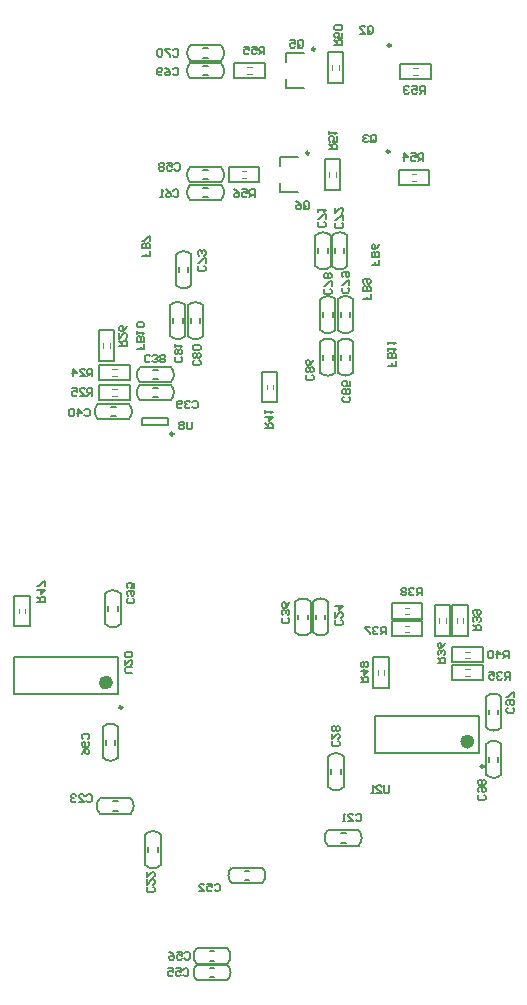
<source format=gbo>
G04 Layer_Color=32896*
%FSLAX44Y44*%
%MOMM*%
G71*
G01*
G75*
%ADD80C,0.2500*%
%ADD83C,0.6000*%
%ADD86C,0.2000*%
%ADD100C,0.1500*%
%ADD101C,0.1000*%
D80*
X359250Y909000D02*
G03*
X359250Y909000I-1250J0D01*
G01*
X358250Y819000D02*
G03*
X358250Y819000I-1250J0D01*
G01*
X295250Y905750D02*
G03*
X295250Y905750I-1250J0D01*
G01*
X290250Y817750D02*
G03*
X290250Y817750I-1250J0D01*
G01*
X175250Y579900D02*
G03*
X175250Y579900I-1250J0D01*
G01*
X131950Y348500D02*
G03*
X131950Y348500I-1250J0D01*
G01*
X437950Y298500D02*
G03*
X437950Y298500I-1250J0D01*
G01*
D83*
X121100Y369500D02*
G03*
X121100Y369500I-3000J0D01*
G01*
X427100Y319500D02*
G03*
X427100Y319500I-3000J0D01*
G01*
D86*
X158000Y634150D02*
X162000D01*
X158000Y626150D02*
X162000D01*
X158000Y619150D02*
X162000D01*
X158000Y611150D02*
X162000D01*
X200500Y795500D02*
X204500D01*
X200500Y803500D02*
X204500D01*
X200500Y780500D02*
X204500D01*
X200500Y788500D02*
X204500D01*
X200500Y891500D02*
X204500D01*
X200500Y883500D02*
X204500D01*
X200500Y906500D02*
X204500D01*
X200500Y898500D02*
X204500D01*
X306000Y733000D02*
Y737000D01*
X298000Y733000D02*
Y737000D01*
X320000Y733000D02*
Y737000D01*
X312000Y733000D02*
Y737000D01*
X180000Y717000D02*
Y721000D01*
X188000Y717000D02*
Y721000D01*
X310000Y679000D02*
Y683000D01*
X302000Y679000D02*
Y683000D01*
X325000Y679000D02*
Y683000D01*
X317000Y679000D02*
Y683000D01*
X190025Y673875D02*
Y677875D01*
X198025Y673875D02*
Y677875D01*
X175000Y674000D02*
Y678000D01*
X183000Y674000D02*
Y678000D01*
X317000Y643000D02*
Y647000D01*
X325000Y643000D02*
Y647000D01*
X302000Y643000D02*
Y647000D01*
X310000Y643000D02*
Y647000D01*
X128000Y430000D02*
Y434000D01*
X120000Y430000D02*
Y434000D01*
X118000Y317000D02*
Y321000D01*
X126000Y317000D02*
Y321000D01*
X442500Y342500D02*
Y346500D01*
X450500Y342500D02*
Y346500D01*
Y302500D02*
Y306500D01*
X442500Y302500D02*
Y306500D01*
X270500Y872500D02*
Y880250D01*
Y872500D02*
X285500D01*
X270500Y894750D02*
Y902500D01*
X285500D01*
X265500Y784500D02*
Y792250D01*
Y784500D02*
X280500D01*
X265500Y806750D02*
Y814500D01*
X280500D01*
X149000Y593150D02*
X171000D01*
X149000Y587150D02*
X171000D01*
X149000D02*
Y593150D01*
X171000Y587150D02*
Y593150D01*
X40100Y359500D02*
Y391500D01*
X128100Y359500D02*
Y391500D01*
X40100D02*
X128100D01*
X40100Y359500D02*
X128100D01*
X346100Y309500D02*
Y341500D01*
X434100Y309500D02*
Y341500D01*
X346100D02*
X434100D01*
X346100Y309500D02*
X434100D01*
X122500Y603000D02*
X126500D01*
X122500Y595000D02*
X126500D01*
X289000Y423000D02*
Y427000D01*
X281000Y423000D02*
Y427000D01*
X317000Y242000D02*
X321000D01*
X317000Y234000D02*
X321000D01*
X296000Y423000D02*
Y427000D01*
X304000Y423000D02*
Y427000D01*
X206000Y134000D02*
X210000D01*
X206000Y142000D02*
X210000D01*
X206000Y120000D02*
X210000D01*
X206000Y128000D02*
X210000D01*
X317000Y292000D02*
Y296000D01*
X309000Y292000D02*
Y296000D01*
X235500Y202250D02*
X239500D01*
X235500Y210250D02*
X239500D01*
X154000Y226000D02*
Y230000D01*
X162000Y226000D02*
Y230000D01*
X124000Y261000D02*
X128000D01*
X124000Y269000D02*
X128000D01*
D100*
X147000Y636650D02*
G03*
X147000Y623650I6500J-6500D01*
G01*
X173000D02*
G03*
X173000Y636650I-6500J6500D01*
G01*
X147000Y621650D02*
G03*
X147000Y608650I6500J-6500D01*
G01*
X173000D02*
G03*
X173000Y621650I-6500J6500D01*
G01*
X215500Y793000D02*
G03*
X215500Y806000I-6500J6500D01*
G01*
X189500D02*
G03*
X189500Y793000I6500J-6500D01*
G01*
X215500Y778000D02*
G03*
X215500Y791000I-6500J6500D01*
G01*
X189500D02*
G03*
X189500Y778000I6500J-6500D01*
G01*
Y894000D02*
G03*
X189500Y881000I6500J-6500D01*
G01*
X215500D02*
G03*
X215500Y894000I-6500J6500D01*
G01*
X189500Y909000D02*
G03*
X189500Y896000I6500J-6500D01*
G01*
X215500D02*
G03*
X215500Y909000I-6500J6500D01*
G01*
X308500Y748000D02*
G03*
X295500Y748000I-6500J-6500D01*
G01*
Y722000D02*
G03*
X308500Y722000I6500J6500D01*
G01*
X322500Y748000D02*
G03*
X309500Y748000I-6500J-6500D01*
G01*
Y722000D02*
G03*
X322500Y722000I6500J6500D01*
G01*
X177500Y706000D02*
G03*
X190500Y706000I6500J6500D01*
G01*
Y732000D02*
G03*
X177500Y732000I-6500J-6500D01*
G01*
X312500Y694000D02*
G03*
X299500Y694000I-6500J-6500D01*
G01*
Y668000D02*
G03*
X312500Y668000I6500J6500D01*
G01*
X327500Y694000D02*
G03*
X314500Y694000I-6500J-6500D01*
G01*
Y668000D02*
G03*
X327500Y668000I6500J6500D01*
G01*
X187525Y662875D02*
G03*
X200525Y662875I6500J6500D01*
G01*
Y688875D02*
G03*
X187525Y688875I-6500J-6500D01*
G01*
X172500Y663000D02*
G03*
X185500Y663000I6500J6500D01*
G01*
Y689000D02*
G03*
X172500Y689000I-6500J-6500D01*
G01*
X314500Y632000D02*
G03*
X327500Y632000I6500J6500D01*
G01*
Y658000D02*
G03*
X314500Y658000I-6500J-6500D01*
G01*
X299500Y632000D02*
G03*
X312500Y632000I6500J6500D01*
G01*
Y658000D02*
G03*
X299500Y658000I-6500J-6500D01*
G01*
X130500Y445000D02*
G03*
X117500Y445000I-6500J-6500D01*
G01*
Y419000D02*
G03*
X130500Y419000I6500J6500D01*
G01*
X115500Y306000D02*
G03*
X128500Y306000I6500J6500D01*
G01*
Y332000D02*
G03*
X115500Y332000I-6500J-6500D01*
G01*
X440000Y331500D02*
G03*
X453000Y331500I6500J6500D01*
G01*
Y357500D02*
G03*
X440000Y357500I-6500J-6500D01*
G01*
X453000Y317500D02*
G03*
X440000Y317500I-6500J-6500D01*
G01*
Y291500D02*
G03*
X453000Y291500I6500J6500D01*
G01*
X111500Y605500D02*
G03*
X111500Y592500I6500J-6500D01*
G01*
X137500D02*
G03*
X137500Y605500I-6500J6500D01*
G01*
X291500Y438000D02*
G03*
X278500Y438000I-6500J-6500D01*
G01*
Y412000D02*
G03*
X291500Y412000I6500J6500D01*
G01*
X306000Y244500D02*
G03*
X306000Y231500I6500J-6500D01*
G01*
X332000D02*
G03*
X332000Y244500I-6500J6500D01*
G01*
X293500Y412000D02*
G03*
X306500Y412000I6500J6500D01*
G01*
Y438000D02*
G03*
X293500Y438000I-6500J-6500D01*
G01*
X221000Y131500D02*
G03*
X221000Y144500I-6500J6500D01*
G01*
X195000D02*
G03*
X195000Y131500I6500J-6500D01*
G01*
X221000Y117500D02*
G03*
X221000Y130500I-6500J6500D01*
G01*
X195000D02*
G03*
X195000Y117500I6500J-6500D01*
G01*
X319500Y307000D02*
G03*
X306500Y307000I-6500J-6500D01*
G01*
Y281000D02*
G03*
X319500Y281000I6500J6500D01*
G01*
X250500Y199750D02*
G03*
X250500Y212750I-6500J6500D01*
G01*
X224500D02*
G03*
X224500Y199750I6500J-6500D01*
G01*
X151500Y215000D02*
G03*
X164500Y215000I6500J6500D01*
G01*
Y241000D02*
G03*
X151500Y241000I-6500J-6500D01*
G01*
X139000Y258500D02*
G03*
X139000Y271500I-6500J6500D01*
G01*
X113000D02*
G03*
X113000Y258500I6500J-6500D01*
G01*
X222000Y793000D02*
Y796500D01*
Y806000D01*
X248000D01*
Y793000D02*
Y806000D01*
X222000Y793000D02*
X248000D01*
X227000Y881000D02*
Y884500D01*
Y894000D01*
X253000D01*
Y881000D02*
Y894000D01*
X227000Y881000D02*
X253000D01*
X147000Y623650D02*
X173000D01*
X147000Y636650D02*
X173000D01*
X147000Y608650D02*
X173000D01*
X147000Y621650D02*
X173000D01*
X189500Y806000D02*
X215500D01*
X189500Y793000D02*
X215500D01*
X189500Y791000D02*
X215500D01*
X189500Y778000D02*
X215500D01*
X189500Y881000D02*
X215500D01*
X189500Y894000D02*
X215500D01*
X189500Y896000D02*
X215500D01*
X189500Y909000D02*
X215500D01*
X295500Y722000D02*
Y748000D01*
X308500Y722000D02*
Y748000D01*
X309500Y722000D02*
Y748000D01*
X322500Y722000D02*
Y748000D01*
X190500Y706000D02*
Y732000D01*
X177500Y706000D02*
Y732000D01*
X299500Y668000D02*
Y694000D01*
X312500Y668000D02*
Y694000D01*
X314500Y668000D02*
Y694000D01*
X327500Y668000D02*
Y694000D01*
X200525Y662875D02*
Y688875D01*
X187525Y662875D02*
Y688875D01*
X185500Y663000D02*
Y689000D01*
X172500Y663000D02*
Y689000D01*
X327500Y632000D02*
Y658000D01*
X314500Y632000D02*
Y658000D01*
X312500Y632000D02*
Y658000D01*
X299500Y632000D02*
Y658000D01*
X117500Y419000D02*
Y445000D01*
X130500Y419000D02*
Y445000D01*
X128500Y306000D02*
Y332000D01*
X115500Y306000D02*
Y332000D01*
X453000Y331500D02*
Y357500D01*
X440000Y331500D02*
Y357500D01*
Y291500D02*
Y317500D01*
X453000Y291500D02*
Y317500D01*
X112500Y621650D02*
X138500D01*
X112500Y608650D02*
Y621650D01*
Y608650D02*
X138500D01*
Y618150D01*
Y621650D01*
X112500Y625500D02*
X138500D01*
Y638500D01*
X112500D02*
X138500D01*
X112500Y629000D02*
Y638500D01*
Y625500D02*
Y629000D01*
X411000Y371500D02*
X437000D01*
Y384500D01*
X411000D02*
X437000D01*
X411000Y375000D02*
Y384500D01*
Y371500D02*
Y375000D01*
X409500Y409000D02*
Y435000D01*
X396500D02*
X409500D01*
X396500Y409000D02*
Y435000D01*
Y409000D02*
X406000D01*
X409500D01*
X360000Y421500D02*
X386000D01*
X360000Y408500D02*
Y421500D01*
Y408500D02*
X386000D01*
Y418000D01*
Y421500D01*
X360000Y423500D02*
X386000D01*
Y436500D01*
X360000D02*
X386000D01*
X360000Y427000D02*
Y436500D01*
Y423500D02*
Y427000D01*
X411500Y409000D02*
Y435000D01*
Y409000D02*
X424500D01*
Y435000D01*
X415000D02*
X424500D01*
X411500D02*
X415000D01*
X411000Y399500D02*
X437000D01*
X411000Y386500D02*
Y399500D01*
Y386500D02*
X437000D01*
Y396000D01*
Y399500D01*
X263350Y606700D02*
Y632700D01*
X250350D02*
X263350D01*
X250350Y606700D02*
Y632700D01*
Y606700D02*
X259850D01*
X263350D01*
X53500Y417000D02*
Y443000D01*
X40500D02*
X53500D01*
X40500Y417000D02*
Y443000D01*
Y417000D02*
X50000D01*
X53500D01*
X357500Y365000D02*
Y391000D01*
X344500D02*
X357500D01*
X344500Y365000D02*
Y391000D01*
Y365000D02*
X354000D01*
X357500D01*
X306000Y877000D02*
Y903000D01*
Y877000D02*
X319000D01*
Y903000D01*
X309500D02*
X319000D01*
X306000D02*
X309500D01*
X303500Y786500D02*
Y812500D01*
Y786500D02*
X316500D01*
Y812500D01*
X307000D02*
X316500D01*
X303500D02*
X307000D01*
X367000Y880500D02*
X393000D01*
Y893500D01*
X367000D02*
X393000D01*
X367000Y884000D02*
Y893500D01*
Y880500D02*
Y884000D01*
X366000Y790500D02*
X392000D01*
Y803500D01*
X366000D02*
X392000D01*
X366000Y794000D02*
Y803500D01*
Y790500D02*
Y794000D01*
X111500Y592500D02*
X137500D01*
X111500Y605500D02*
X137500D01*
X278500Y412000D02*
Y438000D01*
X291500Y412000D02*
Y438000D01*
X306000Y231500D02*
X332000D01*
X306000Y244500D02*
X332000D01*
X306500Y412000D02*
Y438000D01*
X293500Y412000D02*
Y438000D01*
X195000Y144500D02*
X221000D01*
X195000Y131500D02*
X221000D01*
X195000Y130500D02*
X221000D01*
X195000Y117500D02*
X221000D01*
X306500Y281000D02*
Y307000D01*
X319500Y281000D02*
Y307000D01*
X224500Y212750D02*
X250500D01*
X224500Y199750D02*
X250500D01*
X164500Y215000D02*
Y241000D01*
X151500Y215000D02*
Y241000D01*
X112000Y668000D02*
X115500D01*
X125000D01*
Y642000D02*
Y668000D01*
X112000Y642000D02*
X125000D01*
X112000D02*
Y668000D01*
X113000Y271500D02*
X139000D01*
X113000Y258500D02*
X139000D01*
X129500Y654250D02*
X135998D01*
Y657499D01*
X134915Y658582D01*
X132749D01*
X131666Y657499D01*
Y654250D01*
Y656416D02*
X129500Y658582D01*
Y665080D02*
Y660748D01*
X133832Y665080D01*
X134915D01*
X135998Y663997D01*
Y661831D01*
X134915Y660748D01*
X135998Y671578D02*
X134915Y669412D01*
X132749Y667246D01*
X130583D01*
X129500Y668329D01*
Y670495D01*
X130583Y671578D01*
X131666D01*
X132749Y670495D01*
Y667246D01*
X244000Y780500D02*
Y786998D01*
X240751D01*
X239668Y785915D01*
Y783749D01*
X240751Y782666D01*
X244000D01*
X241834D02*
X239668Y780500D01*
X233170Y786998D02*
X237502D01*
Y783749D01*
X235336Y784832D01*
X234253D01*
X233170Y783749D01*
Y781583D01*
X234253Y780500D01*
X236419D01*
X237502Y781583D01*
X226672Y786998D02*
X228838Y785915D01*
X231004Y783749D01*
Y781583D01*
X229921Y780500D01*
X227755D01*
X226672Y781583D01*
Y782666D01*
X227755Y783749D01*
X231004D01*
X252348Y901420D02*
Y907918D01*
X249099D01*
X248016Y906835D01*
Y904669D01*
X249099Y903586D01*
X252348D01*
X250182D02*
X248016Y901420D01*
X241518Y907918D02*
X245850D01*
Y904669D01*
X243684Y905752D01*
X242601D01*
X241518Y904669D01*
Y902503D01*
X242601Y901420D01*
X244767D01*
X245850Y902503D01*
X235020Y907918D02*
X239352D01*
Y904669D01*
X237186Y905752D01*
X236103D01*
X235020Y904669D01*
Y902503D01*
X236103Y901420D01*
X238269D01*
X239352Y902503D01*
X329630Y257309D02*
X330713Y258392D01*
X332879D01*
X333962Y257309D01*
Y252977D01*
X332879Y251894D01*
X330713D01*
X329630Y252977D01*
X323132Y251894D02*
X327464D01*
X323132Y256226D01*
Y257309D01*
X324215Y258392D01*
X326381D01*
X327464Y257309D01*
X320966Y251894D02*
X318800D01*
X319883D01*
Y258392D01*
X320966Y257309D01*
X158415Y196332D02*
X159498Y195249D01*
Y193083D01*
X158415Y192000D01*
X154083D01*
X153000Y193083D01*
Y195249D01*
X154083Y196332D01*
X153000Y202830D02*
Y198498D01*
X157332Y202830D01*
X158415D01*
X159498Y201747D01*
Y199581D01*
X158415Y198498D01*
X153000Y209328D02*
Y204996D01*
X157332Y209328D01*
X158415D01*
X159498Y208245D01*
Y206079D01*
X158415Y204996D01*
X101668Y273665D02*
X102751Y274748D01*
X104917D01*
X106000Y273665D01*
Y269333D01*
X104917Y268250D01*
X102751D01*
X101668Y269333D01*
X95170Y268250D02*
X99502D01*
X95170Y272582D01*
Y273665D01*
X96253Y274748D01*
X98419D01*
X99502Y273665D01*
X93004D02*
X91921Y274748D01*
X89755D01*
X88672Y273665D01*
Y272582D01*
X89755Y271499D01*
X90838D01*
X89755D01*
X88672Y270416D01*
Y269333D01*
X89755Y268250D01*
X91921D01*
X93004Y269333D01*
X317415Y422332D02*
X318498Y421249D01*
Y419083D01*
X317415Y418000D01*
X313083D01*
X312000Y419083D01*
Y421249D01*
X313083Y422332D01*
X312000Y428830D02*
Y424498D01*
X316332Y428830D01*
X317415D01*
X318498Y427747D01*
Y425581D01*
X317415Y424498D01*
X312000Y434245D02*
X318498D01*
X315249Y430996D01*
Y435328D01*
X314915Y319832D02*
X315998Y318749D01*
Y316583D01*
X314915Y315500D01*
X310583D01*
X309500Y316583D01*
Y318749D01*
X310583Y319832D01*
X309500Y326330D02*
Y321998D01*
X313832Y326330D01*
X314915D01*
X315998Y325247D01*
Y323081D01*
X314915Y321998D01*
Y328496D02*
X315998Y329579D01*
Y331745D01*
X314915Y332828D01*
X313832D01*
X312749Y331745D01*
X311666Y332828D01*
X310583D01*
X309500Y331745D01*
Y329579D01*
X310583Y328496D01*
X311666D01*
X312749Y329579D01*
X313832Y328496D01*
X314915D01*
X312749Y329579D02*
Y331745D01*
X272415Y424332D02*
X273498Y423249D01*
Y421083D01*
X272415Y420000D01*
X268083D01*
X267000Y421083D01*
Y423249D01*
X268083Y424332D01*
X272415Y426498D02*
X273498Y427581D01*
Y429747D01*
X272415Y430830D01*
X271332D01*
X270249Y429747D01*
Y428664D01*
Y429747D01*
X269166Y430830D01*
X268083D01*
X267000Y429747D01*
Y427581D01*
X268083Y426498D01*
X273498Y437328D02*
X272415Y435162D01*
X270249Y432996D01*
X268083D01*
X267000Y434079D01*
Y436245D01*
X268083Y437328D01*
X269166D01*
X270249Y436245D01*
Y432996D01*
X155332Y641585D02*
X154249Y640502D01*
X152083D01*
X151000Y641585D01*
Y645917D01*
X152083Y647000D01*
X154249D01*
X155332Y645917D01*
X157498Y641585D02*
X158581Y640502D01*
X160747D01*
X161830Y641585D01*
Y642668D01*
X160747Y643751D01*
X159664D01*
X160747D01*
X161830Y644834D01*
Y645917D01*
X160747Y647000D01*
X158581D01*
X157498Y645917D01*
X163996Y641585D02*
X165079Y640502D01*
X167245D01*
X168328Y641585D01*
Y642668D01*
X167245Y643751D01*
X168328Y644834D01*
Y645917D01*
X167245Y647000D01*
X165079D01*
X163996Y645917D01*
Y644834D01*
X165079Y643751D01*
X163996Y642668D01*
Y641585D01*
X165079Y643751D02*
X167245D01*
X191418Y607165D02*
X192501Y608248D01*
X194667D01*
X195750Y607165D01*
Y602833D01*
X194667Y601750D01*
X192501D01*
X191418Y602833D01*
X189252Y607165D02*
X188169Y608248D01*
X186003D01*
X184920Y607165D01*
Y606082D01*
X186003Y604999D01*
X187086D01*
X186003D01*
X184920Y603916D01*
Y602833D01*
X186003Y601750D01*
X188169D01*
X189252Y602833D01*
X182754D02*
X181671Y601750D01*
X179505D01*
X178422Y602833D01*
Y607165D01*
X179505Y608248D01*
X181671D01*
X182754Y607165D01*
Y606082D01*
X181671Y604999D01*
X178422D01*
X210168Y198165D02*
X211251Y199248D01*
X213417D01*
X214500Y198165D01*
Y193833D01*
X213417Y192750D01*
X211251D01*
X210168Y193833D01*
X203670Y199248D02*
X208002D01*
Y195999D01*
X205836Y197082D01*
X204753D01*
X203670Y195999D01*
Y193833D01*
X204753Y192750D01*
X206919D01*
X208002Y193833D01*
X197172Y192750D02*
X201504D01*
X197172Y197082D01*
Y198165D01*
X198255Y199248D01*
X200421D01*
X201504Y198165D01*
X183668Y126415D02*
X184751Y127498D01*
X186917D01*
X188000Y126415D01*
Y122083D01*
X186917Y121000D01*
X184751D01*
X183668Y122083D01*
X177170Y127498D02*
X181502D01*
Y124249D01*
X179336Y125332D01*
X178253D01*
X177170Y124249D01*
Y122083D01*
X178253Y121000D01*
X180419D01*
X181502Y122083D01*
X170672Y127498D02*
X175004D01*
Y124249D01*
X172838Y125332D01*
X171755D01*
X170672Y124249D01*
Y122083D01*
X171755Y121000D01*
X173921D01*
X175004Y122083D01*
X184668Y140415D02*
X185751Y141498D01*
X187917D01*
X189000Y140415D01*
Y136083D01*
X187917Y135000D01*
X185751D01*
X184668Y136083D01*
X178170Y141498D02*
X182502D01*
Y138249D01*
X180336Y139332D01*
X179253D01*
X178170Y138249D01*
Y136083D01*
X179253Y135000D01*
X181419D01*
X182502Y136083D01*
X171672Y141498D02*
X173838Y140415D01*
X176004Y138249D01*
Y136083D01*
X174921Y135000D01*
X172755D01*
X171672Y136083D01*
Y137166D01*
X172755Y138249D01*
X176004D01*
X176168Y808415D02*
X177251Y809498D01*
X179417D01*
X180500Y808415D01*
Y804083D01*
X179417Y803000D01*
X177251D01*
X176168Y804083D01*
X169670Y809498D02*
X174002D01*
Y806249D01*
X171836Y807332D01*
X170753D01*
X169670Y806249D01*
Y804083D01*
X170753Y803000D01*
X172919D01*
X174002Y804083D01*
X167504Y808415D02*
X166421Y809498D01*
X164255D01*
X163172Y808415D01*
Y807332D01*
X164255Y806249D01*
X163172Y805166D01*
Y804083D01*
X164255Y803000D01*
X166421D01*
X167504Y804083D01*
Y805166D01*
X166421Y806249D01*
X167504Y807332D01*
Y808415D01*
X166421Y806249D02*
X164255D01*
X175168Y785915D02*
X176251Y786998D01*
X178417D01*
X179500Y785915D01*
Y781583D01*
X178417Y780500D01*
X176251D01*
X175168Y781583D01*
X168670Y786998D02*
X170836Y785915D01*
X173002Y783749D01*
Y781583D01*
X171919Y780500D01*
X169753D01*
X168670Y781583D01*
Y782666D01*
X169753Y783749D01*
X173002D01*
X166504Y780500D02*
X164338D01*
X165421D01*
Y786998D01*
X166504Y785915D01*
X174668Y888915D02*
X175751Y889998D01*
X177917D01*
X179000Y888915D01*
Y884583D01*
X177917Y883500D01*
X175751D01*
X174668Y884583D01*
X168170Y889998D02*
X170336Y888915D01*
X172502Y886749D01*
Y884583D01*
X171419Y883500D01*
X169253D01*
X168170Y884583D01*
Y885666D01*
X169253Y886749D01*
X172502D01*
X166004Y884583D02*
X164921Y883500D01*
X162755D01*
X161672Y884583D01*
Y888915D01*
X162755Y889998D01*
X164921D01*
X166004Y888915D01*
Y887832D01*
X164921Y886749D01*
X161672D01*
X174668Y904915D02*
X175751Y905998D01*
X177917D01*
X179000Y904915D01*
Y900583D01*
X177917Y899500D01*
X175751D01*
X174668Y900583D01*
X172502Y905998D02*
X168170D01*
Y904915D01*
X172502Y900583D01*
Y899500D01*
X166004Y904915D02*
X164921Y905998D01*
X162755D01*
X161672Y904915D01*
Y900583D01*
X162755Y899500D01*
X164921D01*
X166004Y900583D01*
Y904915D01*
X303165Y759582D02*
X304248Y758499D01*
Y756333D01*
X303165Y755250D01*
X298833D01*
X297750Y756333D01*
Y758499D01*
X298833Y759582D01*
X304248Y761748D02*
Y766080D01*
X303165D01*
X298833Y761748D01*
X297750D01*
Y768246D02*
Y770412D01*
Y769329D01*
X304248D01*
X303165Y768246D01*
X317665Y758582D02*
X318748Y757499D01*
Y755333D01*
X317665Y754250D01*
X313333D01*
X312250Y755333D01*
Y757499D01*
X313333Y758582D01*
X318748Y760748D02*
Y765080D01*
X317665D01*
X313333Y760748D01*
X312250D01*
Y771578D02*
Y767246D01*
X316582Y771578D01*
X317665D01*
X318748Y770495D01*
Y768329D01*
X317665Y767246D01*
X201415Y722332D02*
X202498Y721249D01*
Y719083D01*
X201415Y718000D01*
X197083D01*
X196000Y719083D01*
Y721249D01*
X197083Y722332D01*
X202498Y724498D02*
Y728830D01*
X201415D01*
X197083Y724498D01*
X196000D01*
X201415Y730996D02*
X202498Y732079D01*
Y734245D01*
X201415Y735328D01*
X200332D01*
X199249Y734245D01*
Y733162D01*
Y734245D01*
X198166Y735328D01*
X197083D01*
X196000Y734245D01*
Y732079D01*
X197083Y730996D01*
X308240Y702957D02*
X309323Y701874D01*
Y699708D01*
X308240Y698625D01*
X303908D01*
X302825Y699708D01*
Y701874D01*
X303908Y702957D01*
X309323Y705123D02*
Y709455D01*
X308240D01*
X303908Y705123D01*
X302825D01*
X308240Y711621D02*
X309323Y712704D01*
Y714870D01*
X308240Y715953D01*
X307157D01*
X306074Y714870D01*
X304991Y715953D01*
X303908D01*
X302825Y714870D01*
Y712704D01*
X303908Y711621D01*
X304991D01*
X306074Y712704D01*
X307157Y711621D01*
X308240D01*
X306074Y712704D02*
Y714870D01*
X323240Y703957D02*
X324323Y702874D01*
Y700708D01*
X323240Y699625D01*
X318908D01*
X317825Y700708D01*
Y702874D01*
X318908Y703957D01*
X324323Y706123D02*
Y710455D01*
X323240D01*
X318908Y706123D01*
X317825D01*
X318908Y712621D02*
X317825Y713704D01*
Y715870D01*
X318908Y716953D01*
X323240D01*
X324323Y715870D01*
Y713704D01*
X323240Y712621D01*
X322157D01*
X321074Y713704D01*
Y716953D01*
X197165Y642332D02*
X198248Y641249D01*
Y639083D01*
X197165Y638000D01*
X192833D01*
X191750Y639083D01*
Y641249D01*
X192833Y642332D01*
X197165Y644498D02*
X198248Y645581D01*
Y647747D01*
X197165Y648830D01*
X196082D01*
X194999Y647747D01*
X193916Y648830D01*
X192833D01*
X191750Y647747D01*
Y645581D01*
X192833Y644498D01*
X193916D01*
X194999Y645581D01*
X196082Y644498D01*
X197165D01*
X194999Y645581D02*
Y647747D01*
X197165Y650996D02*
X198248Y652079D01*
Y654245D01*
X197165Y655328D01*
X192833D01*
X191750Y654245D01*
Y652079D01*
X192833Y650996D01*
X197165D01*
X181665Y645082D02*
X182748Y643999D01*
Y641833D01*
X181665Y640750D01*
X177333D01*
X176250Y641833D01*
Y643999D01*
X177333Y645082D01*
X181665Y647248D02*
X182748Y648331D01*
Y650497D01*
X181665Y651580D01*
X180582D01*
X179499Y650497D01*
X178416Y651580D01*
X177333D01*
X176250Y650497D01*
Y648331D01*
X177333Y647248D01*
X178416D01*
X179499Y648331D01*
X180582Y647248D01*
X181665D01*
X179499Y648331D02*
Y650497D01*
X176250Y653746D02*
Y655912D01*
Y654829D01*
X182748D01*
X181665Y653746D01*
X323740Y611657D02*
X324823Y610574D01*
Y608408D01*
X323740Y607325D01*
X319408D01*
X318325Y608408D01*
Y610574D01*
X319408Y611657D01*
X323740Y613823D02*
X324823Y614906D01*
Y617072D01*
X323740Y618155D01*
X322657D01*
X321574Y617072D01*
X320491Y618155D01*
X319408D01*
X318325Y617072D01*
Y614906D01*
X319408Y613823D01*
X320491D01*
X321574Y614906D01*
X322657Y613823D01*
X323740D01*
X321574Y614906D02*
Y617072D01*
X324823Y624653D02*
Y620321D01*
X321574D01*
X322657Y622487D01*
Y623570D01*
X321574Y624653D01*
X319408D01*
X318325Y623570D01*
Y621404D01*
X319408Y620321D01*
X292890Y629957D02*
X293973Y628874D01*
Y626708D01*
X292890Y625625D01*
X288558D01*
X287475Y626708D01*
Y628874D01*
X288558Y629957D01*
X292890Y632123D02*
X293973Y633206D01*
Y635372D01*
X292890Y636455D01*
X291807D01*
X290724Y635372D01*
X289641Y636455D01*
X288558D01*
X287475Y635372D01*
Y633206D01*
X288558Y632123D01*
X289641D01*
X290724Y633206D01*
X291807Y632123D01*
X292890D01*
X290724Y633206D02*
Y635372D01*
X293973Y642953D02*
X292890Y640787D01*
X290724Y638621D01*
X288558D01*
X287475Y639704D01*
Y641870D01*
X288558Y642953D01*
X289641D01*
X290724Y641870D01*
Y638621D01*
X141165Y440832D02*
X142248Y439749D01*
Y437583D01*
X141165Y436500D01*
X136833D01*
X135750Y437583D01*
Y439749D01*
X136833Y440832D01*
Y442998D02*
X135750Y444081D01*
Y446247D01*
X136833Y447330D01*
X141165D01*
X142248Y446247D01*
Y444081D01*
X141165Y442998D01*
X140082D01*
X138999Y444081D01*
Y447330D01*
X142248Y453828D02*
Y449496D01*
X138999D01*
X140082Y451662D01*
Y452745D01*
X138999Y453828D01*
X136833D01*
X135750Y452745D01*
Y450579D01*
X136833Y449496D01*
X98585Y321668D02*
X97502Y322751D01*
Y324917D01*
X98585Y326000D01*
X102917D01*
X104000Y324917D01*
Y322751D01*
X102917Y321668D01*
Y319502D02*
X104000Y318419D01*
Y316253D01*
X102917Y315170D01*
X98585D01*
X97502Y316253D01*
Y318419D01*
X98585Y319502D01*
X99668D01*
X100751Y318419D01*
Y315170D01*
X97502Y308672D02*
X98585Y310838D01*
X100751Y313004D01*
X102917D01*
X104000Y311921D01*
Y309755D01*
X102917Y308672D01*
X101834D01*
X100751Y309755D01*
Y313004D01*
X462665Y348332D02*
X463748Y347249D01*
Y345083D01*
X462665Y344000D01*
X458333D01*
X457250Y345083D01*
Y347249D01*
X458333Y348332D01*
Y350498D02*
X457250Y351581D01*
Y353747D01*
X458333Y354830D01*
X462665D01*
X463748Y353747D01*
Y351581D01*
X462665Y350498D01*
X461582D01*
X460499Y351581D01*
Y354830D01*
X463748Y356996D02*
Y361328D01*
X462665D01*
X458333Y356996D01*
X457250D01*
X438665Y274332D02*
X439748Y273249D01*
Y271083D01*
X438665Y270000D01*
X434333D01*
X433250Y271083D01*
Y273249D01*
X434333Y274332D01*
Y276498D02*
X433250Y277581D01*
Y279747D01*
X434333Y280830D01*
X438665D01*
X439748Y279747D01*
Y277581D01*
X438665Y276498D01*
X437582D01*
X436499Y277581D01*
Y280830D01*
X438665Y282996D02*
X439748Y284079D01*
Y286245D01*
X438665Y287328D01*
X437582D01*
X436499Y286245D01*
X435416Y287328D01*
X434333D01*
X433250Y286245D01*
Y284079D01*
X434333Y282996D01*
X435416D01*
X436499Y284079D01*
X437582Y282996D01*
X438665D01*
X436499Y284079D02*
Y286245D01*
X349498Y727582D02*
Y723250D01*
X346249D01*
Y725416D01*
Y723250D01*
X343000D01*
X349498Y729748D02*
X343000D01*
Y732997D01*
X344083Y734080D01*
X345166D01*
X346249Y732997D01*
Y729748D01*
Y732997D01*
X347332Y734080D01*
X348415D01*
X349498Y732997D01*
Y729748D01*
Y740578D02*
X348415Y738412D01*
X346249Y736246D01*
X344083D01*
X343000Y737329D01*
Y739495D01*
X344083Y740578D01*
X345166D01*
X346249Y739495D01*
Y736246D01*
X155498Y734832D02*
Y730500D01*
X152249D01*
Y732666D01*
Y730500D01*
X149000D01*
X155498Y736998D02*
X149000D01*
Y740247D01*
X150083Y741330D01*
X151166D01*
X152249Y740247D01*
Y736998D01*
Y740247D01*
X153332Y741330D01*
X154415D01*
X155498Y740247D01*
Y736998D01*
Y743496D02*
Y747828D01*
X154415D01*
X150083Y743496D01*
X149000D01*
X342323Y698457D02*
Y694125D01*
X339074D01*
Y696291D01*
Y694125D01*
X335825D01*
X342323Y700623D02*
X335825D01*
Y703872D01*
X336908Y704955D01*
X337991D01*
X339074Y703872D01*
Y700623D01*
Y703872D01*
X340157Y704955D01*
X341240D01*
X342323Y703872D01*
Y700623D01*
X336908Y707121D02*
X335825Y708204D01*
Y710370D01*
X336908Y711453D01*
X341240D01*
X342323Y710370D01*
Y708204D01*
X341240Y707121D01*
X340157D01*
X339074Y708204D01*
Y711453D01*
X150748Y656082D02*
Y651750D01*
X147499D01*
Y653916D01*
Y651750D01*
X144250D01*
X150748Y658248D02*
X144250D01*
Y661497D01*
X145333Y662580D01*
X146416D01*
X147499Y661497D01*
Y658248D01*
Y661497D01*
X148582Y662580D01*
X149665D01*
X150748Y661497D01*
Y658248D01*
X144250Y664746D02*
Y666912D01*
Y665829D01*
X150748D01*
X149665Y664746D01*
Y670161D02*
X150748Y671244D01*
Y673410D01*
X149665Y674493D01*
X145333D01*
X144250Y673410D01*
Y671244D01*
X145333Y670161D01*
X149665D01*
X363498Y641832D02*
Y637500D01*
X360249D01*
Y639666D01*
Y637500D01*
X357000D01*
X363498Y643998D02*
X357000D01*
Y647247D01*
X358083Y648330D01*
X359166D01*
X360249Y647247D01*
Y643998D01*
Y647247D01*
X361332Y648330D01*
X362415D01*
X363498Y647247D01*
Y643998D01*
X357000Y650496D02*
Y652662D01*
Y651579D01*
X363498D01*
X362415Y650496D01*
X357000Y655911D02*
Y658077D01*
Y656994D01*
X363498D01*
X362415Y655911D01*
X339668Y920083D02*
Y924415D01*
X340751Y925498D01*
X342917D01*
X344000Y924415D01*
Y920083D01*
X342917Y919000D01*
X340751D01*
X341834Y921166D02*
X339668Y919000D01*
X340751D02*
X339668Y920083D01*
X333170Y919000D02*
X337502D01*
X333170Y923332D01*
Y924415D01*
X334253Y925498D01*
X336419D01*
X337502Y924415D01*
X342668Y828083D02*
Y832415D01*
X343751Y833498D01*
X345917D01*
X347000Y832415D01*
Y828083D01*
X345917Y827000D01*
X343751D01*
X344834Y829166D02*
X342668Y827000D01*
X343751D02*
X342668Y828083D01*
X340502Y832415D02*
X339419Y833498D01*
X337253D01*
X336170Y832415D01*
Y831332D01*
X337253Y830249D01*
X338336D01*
X337253D01*
X336170Y829166D01*
Y828083D01*
X337253Y827000D01*
X339419D01*
X340502Y828083D01*
X280668Y908083D02*
Y912415D01*
X281751Y913498D01*
X283917D01*
X285000Y912415D01*
Y908083D01*
X283917Y907000D01*
X281751D01*
X282834Y909166D02*
X280668Y907000D01*
X281751D02*
X280668Y908083D01*
X274170Y913498D02*
X278502D01*
Y910249D01*
X276336Y911332D01*
X275253D01*
X274170Y910249D01*
Y908083D01*
X275253Y907000D01*
X277419D01*
X278502Y908083D01*
X285668Y771583D02*
Y775915D01*
X286751Y776998D01*
X288917D01*
X290000Y775915D01*
Y771583D01*
X288917Y770500D01*
X286751D01*
X287834Y772666D02*
X285668Y770500D01*
X286751D02*
X285668Y771583D01*
X279170Y776998D02*
X281336Y775915D01*
X283502Y773749D01*
Y771583D01*
X282419Y770500D01*
X280253D01*
X279170Y771583D01*
Y772666D01*
X280253Y773749D01*
X283502D01*
X106750Y612250D02*
Y618748D01*
X103501D01*
X102418Y617665D01*
Y615499D01*
X103501Y614416D01*
X106750D01*
X104584D02*
X102418Y612250D01*
X95920D02*
X100252D01*
X95920Y616582D01*
Y617665D01*
X97003Y618748D01*
X99169D01*
X100252Y617665D01*
X89422Y618748D02*
X93754D01*
Y615499D01*
X91588Y616582D01*
X90505D01*
X89422Y615499D01*
Y613333D01*
X90505Y612250D01*
X92671D01*
X93754Y613333D01*
X106750Y628750D02*
Y635248D01*
X103501D01*
X102418Y634165D01*
Y631999D01*
X103501Y630916D01*
X106750D01*
X104584D02*
X102418Y628750D01*
X95920D02*
X100252D01*
X95920Y633082D01*
Y634165D01*
X97003Y635248D01*
X99169D01*
X100252Y634165D01*
X90505Y628750D02*
Y635248D01*
X93754Y631999D01*
X89422D01*
X460000Y372000D02*
Y378498D01*
X456751D01*
X455668Y377415D01*
Y375249D01*
X456751Y374166D01*
X460000D01*
X457834D02*
X455668Y372000D01*
X453502Y377415D02*
X452419Y378498D01*
X450253D01*
X449170Y377415D01*
Y376332D01*
X450253Y375249D01*
X451336D01*
X450253D01*
X449170Y374166D01*
Y373083D01*
X450253Y372000D01*
X452419D01*
X453502Y373083D01*
X442672Y378498D02*
X447004D01*
Y375249D01*
X444838Y376332D01*
X443755D01*
X442672Y375249D01*
Y373083D01*
X443755Y372000D01*
X445921D01*
X447004Y373083D01*
X399000Y386000D02*
X405498D01*
Y389249D01*
X404415Y390332D01*
X402249D01*
X401166Y389249D01*
Y386000D01*
Y388166D02*
X399000Y390332D01*
X404415Y392498D02*
X405498Y393581D01*
Y395747D01*
X404415Y396830D01*
X403332D01*
X402249Y395747D01*
Y394664D01*
Y395747D01*
X401166Y396830D01*
X400083D01*
X399000Y395747D01*
Y393581D01*
X400083Y392498D01*
X405498Y403328D02*
X404415Y401162D01*
X402249Y398996D01*
X400083D01*
X399000Y400079D01*
Y402245D01*
X400083Y403328D01*
X401166D01*
X402249Y402245D01*
Y398996D01*
X355000Y410250D02*
Y416748D01*
X351751D01*
X350668Y415665D01*
Y413499D01*
X351751Y412416D01*
X355000D01*
X352834D02*
X350668Y410250D01*
X348502Y415665D02*
X347419Y416748D01*
X345253D01*
X344170Y415665D01*
Y414582D01*
X345253Y413499D01*
X346336D01*
X345253D01*
X344170Y412416D01*
Y411333D01*
X345253Y410250D01*
X347419D01*
X348502Y411333D01*
X342004Y416748D02*
X337672D01*
Y415665D01*
X342004Y411333D01*
Y410250D01*
X385500Y443250D02*
Y449748D01*
X382251D01*
X381168Y448665D01*
Y446499D01*
X382251Y445416D01*
X385500D01*
X383334D02*
X381168Y443250D01*
X379002Y448665D02*
X377919Y449748D01*
X375753D01*
X374670Y448665D01*
Y447582D01*
X375753Y446499D01*
X376836D01*
X375753D01*
X374670Y445416D01*
Y444333D01*
X375753Y443250D01*
X377919D01*
X379002Y444333D01*
X372504Y448665D02*
X371421Y449748D01*
X369255D01*
X368172Y448665D01*
Y447582D01*
X369255Y446499D01*
X368172Y445416D01*
Y444333D01*
X369255Y443250D01*
X371421D01*
X372504Y444333D01*
Y445416D01*
X371421Y446499D01*
X372504Y447582D01*
Y448665D01*
X371421Y446499D02*
X369255D01*
X429000Y414000D02*
X435498D01*
Y417249D01*
X434415Y418332D01*
X432249D01*
X431166Y417249D01*
Y414000D01*
Y416166D02*
X429000Y418332D01*
X434415Y420498D02*
X435498Y421581D01*
Y423747D01*
X434415Y424830D01*
X433332D01*
X432249Y423747D01*
Y422664D01*
Y423747D01*
X431166Y424830D01*
X430083D01*
X429000Y423747D01*
Y421581D01*
X430083Y420498D01*
Y426996D02*
X429000Y428079D01*
Y430245D01*
X430083Y431328D01*
X434415D01*
X435498Y430245D01*
Y428079D01*
X434415Y426996D01*
X433332D01*
X432249Y428079D01*
Y431328D01*
X459000Y390000D02*
Y396498D01*
X455751D01*
X454668Y395415D01*
Y393249D01*
X455751Y392166D01*
X459000D01*
X456834D02*
X454668Y390000D01*
X449253D02*
Y396498D01*
X452502Y393249D01*
X448170D01*
X446004Y395415D02*
X444921Y396498D01*
X442755D01*
X441672Y395415D01*
Y391083D01*
X442755Y390000D01*
X444921D01*
X446004Y391083D01*
Y395415D01*
X252850Y584700D02*
X259348D01*
Y587949D01*
X258265Y589032D01*
X256099D01*
X255016Y587949D01*
Y584700D01*
Y586866D02*
X252850Y589032D01*
Y594447D02*
X259348D01*
X256099Y591198D01*
Y595530D01*
X252850Y597696D02*
Y599862D01*
Y598779D01*
X259348D01*
X258265Y597696D01*
X60000Y438000D02*
X66498D01*
Y441249D01*
X65415Y442332D01*
X63249D01*
X62166Y441249D01*
Y438000D01*
Y440166D02*
X60000Y442332D01*
Y447747D02*
X66498D01*
X63249Y444498D01*
Y448830D01*
X66498Y450996D02*
Y455328D01*
X65415D01*
X61083Y450996D01*
X60000D01*
X333750Y369750D02*
X340248D01*
Y372999D01*
X339165Y374082D01*
X336999D01*
X335916Y372999D01*
Y369750D01*
Y371916D02*
X333750Y374082D01*
Y379497D02*
X340248D01*
X336999Y376248D01*
Y380580D01*
X339165Y382746D02*
X340248Y383829D01*
Y385995D01*
X339165Y387078D01*
X338082D01*
X336999Y385995D01*
X335916Y387078D01*
X334833D01*
X333750Y385995D01*
Y383829D01*
X334833Y382746D01*
X335916D01*
X336999Y383829D01*
X338082Y382746D01*
X339165D01*
X336999Y383829D02*
Y385995D01*
X311500Y909000D02*
X317998D01*
Y912249D01*
X316915Y913332D01*
X314749D01*
X313666Y912249D01*
Y909000D01*
Y911166D02*
X311500Y913332D01*
X317998Y919830D02*
Y915498D01*
X314749D01*
X315832Y917664D01*
Y918747D01*
X314749Y919830D01*
X312583D01*
X311500Y918747D01*
Y916581D01*
X312583Y915498D01*
X316915Y921996D02*
X317998Y923079D01*
Y925245D01*
X316915Y926328D01*
X312583D01*
X311500Y925245D01*
Y923079D01*
X312583Y921996D01*
X316915D01*
X307000Y821000D02*
X313498D01*
Y824249D01*
X312415Y825332D01*
X310249D01*
X309166Y824249D01*
Y821000D01*
Y823166D02*
X307000Y825332D01*
X313498Y831830D02*
Y827498D01*
X310249D01*
X311332Y829664D01*
Y830747D01*
X310249Y831830D01*
X308083D01*
X307000Y830747D01*
Y828581D01*
X308083Y827498D01*
X307000Y833996D02*
Y836162D01*
Y835079D01*
X313498D01*
X312415Y833996D01*
X388000Y868000D02*
Y874498D01*
X384751D01*
X383668Y873415D01*
Y871249D01*
X384751Y870166D01*
X388000D01*
X385834D02*
X383668Y868000D01*
X377170Y874498D02*
X381502D01*
Y871249D01*
X379336Y872332D01*
X378253D01*
X377170Y871249D01*
Y869083D01*
X378253Y868000D01*
X380419D01*
X381502Y869083D01*
X375004Y873415D02*
X373921Y874498D01*
X371755D01*
X370672Y873415D01*
Y872332D01*
X371755Y871249D01*
X372838D01*
X371755D01*
X370672Y870166D01*
Y869083D01*
X371755Y868000D01*
X373921D01*
X375004Y869083D01*
X387000Y811000D02*
Y817498D01*
X383751D01*
X382668Y816415D01*
Y814249D01*
X383751Y813166D01*
X387000D01*
X384834D02*
X382668Y811000D01*
X376170Y817498D02*
X380502D01*
Y814249D01*
X378336Y815332D01*
X377253D01*
X376170Y814249D01*
Y812083D01*
X377253Y811000D01*
X379419D01*
X380502Y812083D01*
X370755Y811000D02*
Y817498D01*
X374004Y814249D01*
X369672D01*
X191000Y590498D02*
Y585083D01*
X189917Y584000D01*
X187751D01*
X186668Y585083D01*
Y590498D01*
X184502Y589415D02*
X183419Y590498D01*
X181253D01*
X180170Y589415D01*
Y588332D01*
X181253Y587249D01*
X180170Y586166D01*
Y585083D01*
X181253Y584000D01*
X183419D01*
X184502Y585083D01*
Y586166D01*
X183419Y587249D01*
X184502Y588332D01*
Y589415D01*
X183419Y587249D02*
X181253D01*
X140498Y378000D02*
X135083D01*
X134000Y379083D01*
Y381249D01*
X135083Y382332D01*
X140498D01*
X134000Y388830D02*
Y384498D01*
X138332Y388830D01*
X139415D01*
X140498Y387747D01*
Y385581D01*
X139415Y384498D01*
Y390996D02*
X140498Y392079D01*
Y394245D01*
X139415Y395328D01*
X135083D01*
X134000Y394245D01*
Y392079D01*
X135083Y390996D01*
X139415D01*
X358000Y282498D02*
Y277083D01*
X356917Y276000D01*
X354751D01*
X353668Y277083D01*
Y282498D01*
X347170Y276000D02*
X351502D01*
X347170Y280332D01*
Y281415D01*
X348253Y282498D01*
X350419D01*
X351502Y281415D01*
X345004Y276000D02*
X342838D01*
X343921D01*
Y282498D01*
X345004Y281415D01*
X99918Y600165D02*
X101001Y601248D01*
X103167D01*
X104250Y600165D01*
Y595833D01*
X103167Y594750D01*
X101001D01*
X99918Y595833D01*
X94503Y594750D02*
Y601248D01*
X97752Y597999D01*
X93420D01*
X91254Y600165D02*
X90171Y601248D01*
X88005D01*
X86922Y600165D01*
Y595833D01*
X88005Y594750D01*
X90171D01*
X91254Y595833D01*
Y600165D01*
D101*
X233000Y802250D02*
X237000D01*
X233000Y796750D02*
X237000D01*
X238000Y890250D02*
X242000D01*
X238000Y884750D02*
X242000D01*
X123500Y617900D02*
X127500D01*
X123500Y612400D02*
X127500D01*
X123500Y629250D02*
X127500D01*
X123500Y634750D02*
X127500D01*
X422000Y375250D02*
X426000D01*
X422000Y380750D02*
X426000D01*
X405750Y420000D02*
Y424000D01*
X400250Y420000D02*
Y424000D01*
X371000Y417750D02*
X375000D01*
X371000Y412250D02*
X375000D01*
X371000Y427250D02*
X375000D01*
X371000Y432750D02*
X375000D01*
X415250Y420000D02*
Y424000D01*
X420750Y420000D02*
Y424000D01*
X422000Y395750D02*
X426000D01*
X422000Y390250D02*
X426000D01*
X259600Y617700D02*
Y621700D01*
X254100Y617700D02*
Y621700D01*
X49750Y428000D02*
Y432000D01*
X44250Y428000D02*
Y432000D01*
X353750Y376000D02*
Y380000D01*
X348250Y376000D02*
Y380000D01*
X309750Y888000D02*
Y892000D01*
X315250Y888000D02*
Y892000D01*
X307250Y797500D02*
Y801500D01*
X312750Y797500D02*
Y801500D01*
X378000Y884250D02*
X382000D01*
X378000Y889750D02*
X382000D01*
X377000Y794250D02*
X381000D01*
X377000Y799750D02*
X381000D01*
X121250Y653000D02*
Y657000D01*
X115750Y653000D02*
Y657000D01*
M02*

</source>
